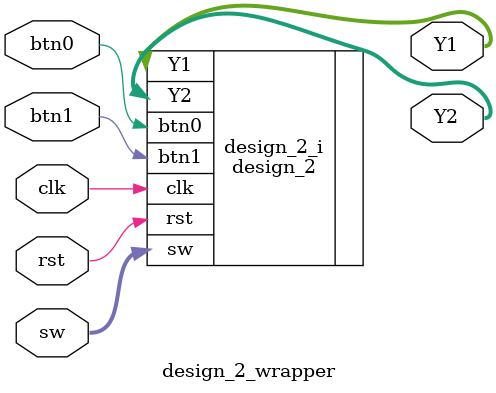
<source format=v>
`timescale 1 ps / 1 ps

module design_2_wrapper
   (Y1,
    Y2,
    btn0,
    btn1,
    clk,
    rst,
    sw);
  output [7:0]Y1;
  output [7:0]Y2;
  input btn0;
  input btn1;
  input clk;
  input rst;
  input [7:0]sw;

  wire [7:0]Y1;
  wire [7:0]Y2;
  wire btn0;
  wire btn1;
  wire clk;
  wire rst;
  wire [7:0]sw;

  design_2 design_2_i
       (.Y1(Y1),
        .Y2(Y2),
        .btn0(btn0),
        .btn1(btn1),
        .clk(clk),
        .rst(rst),
        .sw(sw));
endmodule

</source>
